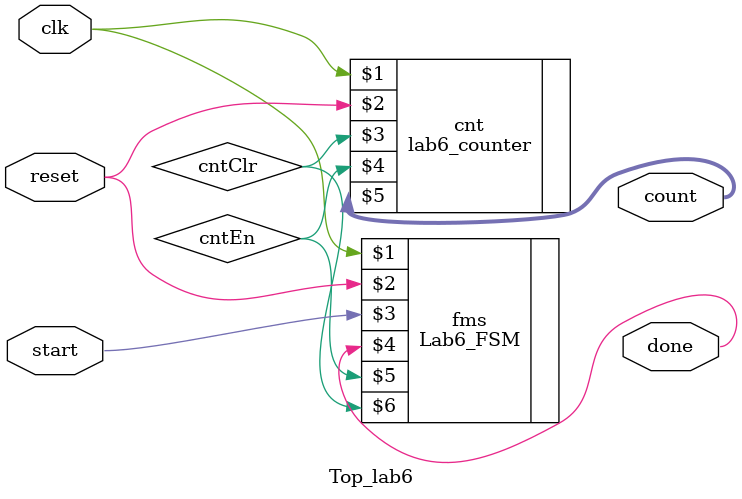
<source format=v>
`timescale 1ns / 1ps

module Top_lab6(clk, reset, start, done, count);
input clk, reset, start;
output done;
output [3:0] count;

wire cntEn, cntClr;

Lab6_FSM fms     (clk, reset, start, done, cntEn, cntClr);
lab6_counter cnt (clk, reset,  cntClr, cntEn, count);

endmodule

</source>
